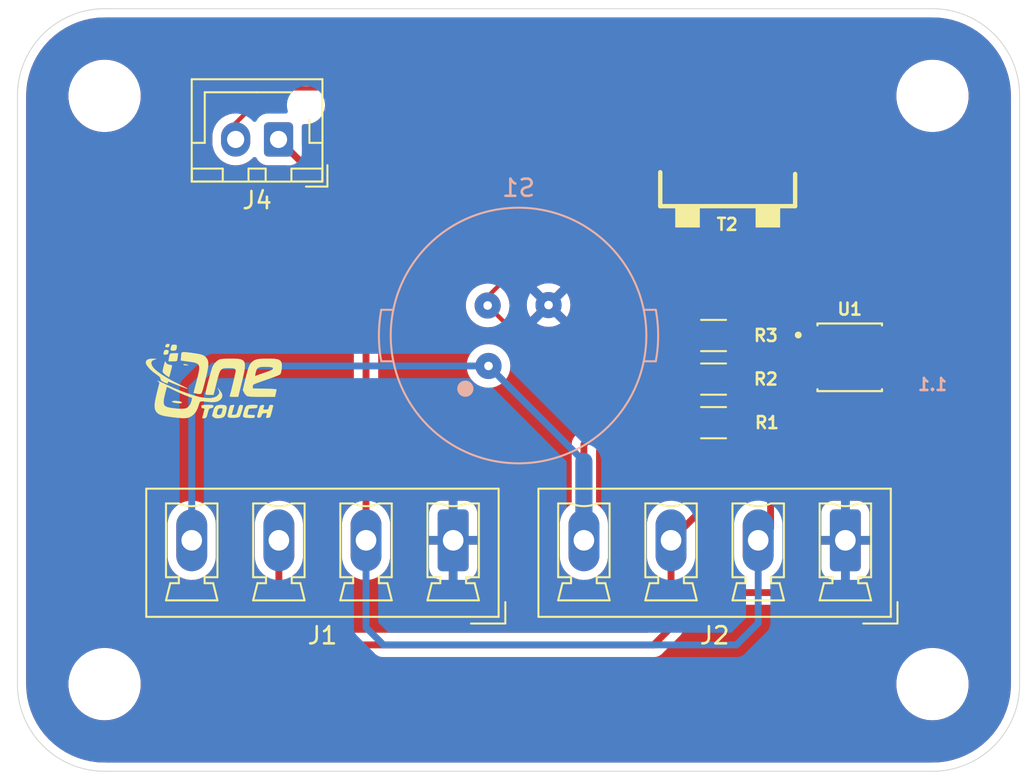
<source format=kicad_pcb>
(kicad_pcb (version 20211014) (generator pcbnew)
  (layers (0 "F.Cu" signal) (31 "B.Cu" signal) (34 "B.Paste" user) (35 "F.Paste" user) (36 "B.SilkS" user "B.Silkscreen") (37 "F.SilkS" user "F.Silkscreen") (38 "B.Mask" user) (39 "F.Mask" user) (44 "Edge.Cuts" user))
  (net 0 "")
  (net 1 "+12V")
  (net 2 "+3V3")
  (net 3 "GPIO")
  (net 4 "GND")
  (net 5 "Net-(R2-Pad2)")
  (net 7 "Net-(J4-Pad2)")
  (net 8 "Net-(R3-Pad2)")
  (footprint "Connector_Phoenix_MC_HighVoltage:PhoenixContact_MCV_1,5_4-G-5.08_1x04_P5.08mm_Vertical" (layer "F.Cu") (at 85.1408 161.5948 180)
    (fp_text reference "J1" (at 7.62 -5.55) (layer "F.SilkS"))
    (fp_text value "Power/Data In")
    (fp_line (start 1.5 2.15) (end 0.75 2.15) (layer "F.SilkS") (width 0.12))
    (fp_line (start -2.65 -4.46) (end -2.65 3.01) (layer "F.SilkS") (width 0.12))
    (fp_line (start -1.25 -2.5) (end -1.5 -3.5) (layer "F.SilkS") (width 0.12))
    (fp_line (start 1.25 -2.5) (end 0.75 -2.5) (layer "F.SilkS") (width 0.12))
    (fp_line (start 3.58 -3.5) (end 6.58 -3.5) (layer "F.SilkS") (width 0.12))
    (fp_line (start 16.74 -3.5) (end 16.49 -2.5) (layer "F.SilkS") (width 0.12))
    (fp_line (start 6.58 -2.15) (end 6.58 2.15) (layer "F.SilkS") (width 0.12))
    (fp_line (start 9.41 -2.5) (end 8.91 -2.5) (layer "F.SilkS") (width 0.12))
    (fp_line (start 0.75 -2.5) (end 0.75 -2.15) (layer "F.SilkS") (width 0.12))
    (fp_line (start -3.04 -4.85) (end -1.04 -4.85) (layer "F.SilkS") (width 0.12))
    (fp_line (start -1.5 -3.5) (end 1.5 -3.5) (layer "F.SilkS") (width 0.12))
    (fp_line (start -2.65 3.01) (end 17.89 3.01) (layer "F.SilkS") (width 0.12))
    (fp_line (start 8.66 -3.5) (end 11.66 -3.5) (layer "F.SilkS") (width 0.12))
    (fp_line (start 4.33 -2.15) (end 4.33 -2.5) (layer "F.SilkS") (width 0.12))
    (fp_line (start -0.75 -2.15) (end -0.75 -2.5) (layer "F.SilkS") (width 0.12))
    (fp_line (start 11.66 2.15) (end 10.91 2.15) (layer "F.SilkS") (width 0.12))
    (fp_line (start 3.58 -2.15) (end 4.33 -2.15) (layer "F.SilkS") (width 0.12))
    (fp_line (start 14.49 2.15) (end 13.74 2.15) (layer "F.SilkS") (width 0.12))
    (fp_line (start 4.33 -2.5) (end 3.83 -2.5) (layer "F.SilkS") (width 0.12))
    (fp_line (start 3.58 2.15) (end 3.58 -2.15) (layer "F.SilkS") (width 0.12))
    (fp_line (start 8.66 -2.15) (end 9.41 -2.15) (layer "F.SilkS") (width 0.12))
    (fp_line (start 0.75 -2.15) (end 1.5 -2.15) (layer "F.SilkS") (width 0.12))
    (fp_line (start 3.83 -2.5) (end 3.58 -3.5) (layer "F.SilkS") (width 0.12))
    (fp_line (start 1.5 -3.5) (end 1.25 -2.5) (layer "F.SilkS") (width 0.12))
    (fp_line (start 5.83 -2.5) (end 5.83 -2.15) (layer "F.SilkS") (width 0.12))
    (fp_line (start 8.91 -2.5) (end 8.66 -3.5) (layer "F.SilkS") (width 0.12))
    (fp_line (start 13.99 -2.5) (end 13.74 -3.5) (layer "F.SilkS") (width 0.12))
    (fp_line (start 9.41 -2.15) (end 9.41 -2.5) (layer "F.SilkS") (width 0.12))
    (fp_line (start 13.74 -2.15) (end 14.49 -2.15) (layer "F.SilkS") (width 0.12))
    (fp_line (start 10.91 -2.15) (end 11.66 -2.15) (layer "F.SilkS") (width 0.12))
    (fp_line (start 17.89 3.01) (end 17.89 -4.46) (layer "F.SilkS") (width 0.12))
    (fp_line (start -0.75 -2.5) (end -1.25 -2.5) (layer "F.SilkS") (width 0.12))
    (fp_line (start -1.5 2.15) (end -1.5 -2.15) (layer "F.SilkS") (width 0.12))
    (fp_line (start 6.58 -3.5) (end 6.33 -2.5) (layer "F.SilkS") (width 0.12))
    (fp_line (start 14.49 -2.5) (end 13.99 -2.5) (layer "F.SilkS") (width 0.12))
    (fp_line (start 11.66 -3.5) (end 11.41 -2.5) (layer "F.SilkS") (width 0.12))
    (fp_line (start 14.49 -2.15) (end 14.49 -2.5) (layer "F.SilkS") (width 0.12))
    (fp_line (start -0.75 2.15) (end -1.5 2.15) (layer "F.SilkS") (width 0.12))
    (fp_line (start 5.83 -2.15) (end 6.58 -2.15) (layer "F.SilkS") (width 0.12))
    (fp_line (start 8.66 2.15) (end 8.66 -2.15) (layer "F.SilkS") (width 0.12))
    (fp_line (start -3.04 -3.6) (end -3.04 -4.85) (layer "F.SilkS") (width 0.12))
    (fp_line (start 15.99 -2.5) (end 15.99 -2.15) (layer "F.SilkS") (width 0.12))
    (fp_line (start 16.74 2.15) (end 15.99 2.15) (layer "F.SilkS") (width 0.12))
    (fp_line (start 16.74 -2.15) (end 16.74 2.15) (layer "F.SilkS") (width 0.12))
    (fp_line (start 6.33 -2.5) (end 5.83 -2.5) (layer "F.SilkS") (width 0.12))
    (fp_line (start 4.33 2.15) (end 3.58 2.15) (layer "F.SilkS") (width 0.12))
    (fp_line (start 10.91 -2.5) (end 10.91 -2.15) (layer "F.SilkS") (width 0.12))
    (fp_line (start 13.74 -3.5) (end 16.74 -3.5) (layer "F.SilkS") (width 0.12))
    (fp_line (start 6.58 2.15) (end 5.83 2.15) (layer "F.SilkS") (width 0.12))
    (fp_line (start 11.66 -2.15) (end 11.66 2.15) (layer "F.SilkS") (width 0.12))
    (fp_line (start 11.41 -2.5) (end 10.91 -2.5) (layer "F.SilkS") (width 0.12))
    (fp_line (start -1.5 -2.15) (end -0.75 -2.15) (layer "F.SilkS") (width 0.12))
    (fp_line (start 16.49 -2.5) (end 15.99 -2.5) (layer "F.SilkS") (width 0.12))
    (fp_line (start 15.99 -2.15) (end 16.74 -2.15) (layer "F.SilkS") (width 0.12))
    (fp_line (start 13.74 2.15) (end 13.74 -2.15) (layer "F.SilkS") (width 0.12))
    (fp_line (start 9.41 2.15) (end 8.66 2.15) (layer "F.SilkS") (width 0.12))
    (fp_line (start 1.5 -2.15) (end 1.5 2.15) (layer "F.SilkS") (width 0.12))
    (fp_line (start 17.89 -4.46) (end -2.65 -4.46) (layer "F.SilkS") (width 0.12))
    (fp_arc (start -0.75 2.15) (mid -0.000193 1.99191) (end 0.749647 2.149844) (layer "F.SilkS") (width 0.12))
    (fp_arc (start 9.41 2.15) (mid 10.159807 1.99191) (end 10.909647 2.149844) (layer "F.SilkS") (width 0.12))
    (fp_arc (start 4.33 2.15) (mid 5.079807 1.99191) (end 5.829647 2.149844) (layer "F.SilkS") (width 0.12))
    (fp_arc (start 14.49 2.15) (mid 15.239807 1.99191) (end 15.989647 2.149844) (layer "F.SilkS") (width 0.12))
    (pad "1" thru_hole roundrect locked (at 0 0 180) (size 1.8 3.6) (drill 1.2) (layers *.Cu *.Mask) (roundrect_rratio 0.138889) (net 4 "GND"))
    (pad "2" thru_hole oval locked (at 5.08 0 180) (size 1.8 3.6) (drill 1.2) (layers *.Cu *.Mask) (net 1 "+12V"))
    (pad "3" thru_hole oval locked (at 10.16 0 180) (size 1.8 3.6) (drill 1.2) (layers *.Cu *.Mask) (net 3 "GPIO"))
    (pad "4" thru_hole oval locked (at 15.24 0 180) (size 1.8 3.6) (drill 1.2) (layers *.Cu *.Mask) (net 2 "+3V3"))
  )
  (footprint "DS2413P_:SOIC127P429X150-N" (layer "F.Cu") (at 108.2558 150.9268)
    (fp_text reference "U1" (at 0 -2.8064) (layer "F.SilkS") (effects (font (size 0.7 0.7))))
    (fp_text value "DS2413P+")
    (fp_line (start -1.88 -1.97) (end -1.88 -1.86) (layer "F.SilkS") (width 0.127))
    (fp_line (start 1.88 -1.97) (end 1.88 -1.86) (layer "F.SilkS") (width 0.127))
    (fp_line (start -1.88 1.97) (end -1.88 1.86) (layer "F.SilkS") (width 0.127))
    (fp_line (start -1.88 1.97) (end 1.88 1.97) (layer "F.SilkS") (width 0.127))
    (fp_line (start 1.88 1.97) (end 1.88 1.86) (layer "F.SilkS") (width 0.127))
    (fp_line (start -1.88 -1.97) (end 1.88 -1.97) (layer "F.SilkS") (width 0.127))
    (fp_circle (center -3 -1.3) (end -2.9 -1.3) (layer "F.SilkS") (width 0.2) (fill none))
    (pad "1" smd rect locked (at -1.525 -1.27) (size 1.33 0.53) (layers "F.Cu" "F.Paste" "F.Mask") (net 4 "GND"))
    (pad "2" smd rect locked (at -1.525 0) (size 1.33 0.53) (layers "F.Cu" "F.Paste" "F.Mask") (net 3 "GPIO"))
    (pad "3" smd rect locked (at -1.525 1.27) (size 1.33 0.53) (layers "F.Cu" "F.Paste" "F.Mask"))
    (pad "4" smd rect locked (at 1.525 1.27) (size 1.33 0.53) (layers "F.Cu" "F.Paste" "F.Mask") (net 5 "Net-(R2-Pad2)"))
    (pad "5" smd rect locked (at 1.525 0) (size 1.33 0.53) (layers "F.Cu" "F.Paste" "F.Mask") (net 4 "GND"))
    (pad "6" smd rect locked (at 1.525 -1.27) (size 1.33 0.53) (layers "F.Cu" "F.Paste" "F.Mask") (net 8 "Net-(R3-Pad2)"))
  )
  (footprint "OneTouch_Logo:onetouchlogo" (layer "F.Cu") (at 71.1708 152.4508)
    (fp_text reference "logo1" hide)
    (fp_text value "LOGO" hide)
    (fp_poly (pts (xy -1.569262 -1.81618) (xy -1.37151 -1.79162) (xy -1.255568 -1.777063) (xy -0.996816 -1.741386) (xy -0.802239 -1.704529) (xy -0.657928 -1.662014) (xy -0.549974 -1.609362) (xy -0.464468 -1.542095) (xy -0.436352 -1.513274) (xy -0.374332 -1.432138) (xy -0.3317 -1.338358) (xy -0.309094 -1.223608) (xy -0.307151 -1.07956) (xy -0.32651 -0.897888) (xy -0.36781 -0.670266) (xy -0.431687 -0.388368) (xy -0.51878 -0.043866) (xy -0.5613 0.117231) (xy -0.61595 0.318306) (xy -0.657379 0.455755) (xy -0.691115 0.541821) (xy -0.722688 0.588749) (xy -0.757629 0.608784) (xy -0.785304 0.613228) (xy -0.874442 0.613801) (xy -0.918307 0.606877) (xy -0.983737 0.588507) (xy -1.060326 0.570424) (xy -1.163268 0.547857) (xy -0.992112 -0.107071) (xy -0.91894 -0.393934) (xy -0.867493 -0.616323) (xy -0.836983 -0.784604) (xy -0.826624 -0.909146) (xy -0.835632 -1.000315) (xy -0.863219 -1.06848) (xy -0.908599 -1.124007) (xy -0.914576 -1.129725) (xy -0.973286 -1.172294) (xy -1.056718 -1.205945) (xy -1.180536 -1.234943) (xy -1.360406 -1.263553) (xy -1.451106 -1.275784) (xy -1.62688 -1.299285) (xy -1.770994 -1.319594) (xy -1.86773 -1.334426) (xy -1.901366 -1.341263) (xy -1.902125 -1.380917) (xy -1.896474 -1.476672) (xy -1.886947 -1.592785) (xy -1.879213 -1.691147) (xy -1.868918 -1.760526) (xy -1.844419 -1.80432) (xy -1.794073 -1.825928) (xy -1.706235 -1.828749) (xy -1.569262 -1.81618)) (layer "F.SilkS") (width 0.01) (fill solid))
    (fp_poly (pts (xy 1.690437 1.265785) (xy 1.719385 1.299432) (xy 1.707097 1.381501) (xy 1.675405 1.505953) (xy 1.632071 1.648682) (xy 1.584854 1.785579) (xy 1.541515 1.892538) (xy 1.512084 1.943433) (xy 1.442511 1.974039) (xy 1.321774 1.994858) (xy 1.176371 2.004866) (xy 1.0328 2.00304) (xy 0.917558 1.988357) (xy 0.865794 1.968392) (xy 0.837166 1.939536) (xy 0.825883 1.895827) (xy 0.83266 1.820257) (xy 0.858214 1.695814) (xy 0.881457 1.596494) (xy 0.920239 1.438756) (xy 0.950806 1.341581) (xy 0.982536 1.289385) (xy 1.024808 1.266583) (xy 1.0853 1.257755) (xy 1.171204 1.252748) (xy 1.211043 1.257001) (xy 1.211385 1.25788) (xy 1.201441 1.29867) (xy 1.175216 1.394775) (xy 1.138118 1.526425) (xy 1.133231 1.543539) (xy 1.0952 1.678084) (xy 1.067397 1.779417) (xy 1.05523 1.827781) (xy 1.055077 1.829081) (xy 1.089484 1.8341) (xy 1.174824 1.831209) (xy 1.201477 1.829205) (xy 1.276588 1.820384) (xy 1.325289 1.798205) (xy 1.360122 1.74611) (xy 1.393631 1.647542) (xy 1.425271 1.53377) (xy 1.466905 1.389031) (xy 1.500394 1.30429) (xy 1.536174 1.263631) (xy 1.584679 1.251138) (xy 1.611025 1.250462) (xy 1.690437 1.265785)) (layer "F.SilkS") (width 0.01) (fill solid))
    (fp_poly (pts (xy 0.617446 1.257897) (xy 0.719236 1.288871) (xy 0.765016 1.356386) (xy 0.765499 1.473447) (xy 0.741697 1.605756) (xy 0.694104 1.788632) (xy 0.634944 1.907851) (xy 0.549896 1.977862) (xy 0.424634 2.013115) (xy 0.327726 2.023341) (xy 0.181146 2.027754) (xy 0.084493 2.011757) (xy 0.011134 1.97065) (xy 0.005981 1.966547) (xy -0.08479 1.893045) (xy -0.038085 1.708134) (xy 0.19887 1.708134) (xy 0.202049 1.79132) (xy 0.25105 1.829946) (xy 0.313583 1.836616) (xy 0.412256 1.817069) (xy 0.463882 1.749466) (xy 0.464169 1.748693) (xy 0.498931 1.640658) (xy 0.522561 1.553308) (xy 0.533634 1.480984) (xy 0.505634 1.45153) (xy 0.419425 1.445849) (xy 0.414875 1.445847) (xy 0.317854 1.457068) (xy 0.264787 1.50596) (xy 0.238284 1.568909) (xy 0.19887 1.708134) (xy -0.038085 1.708134) (xy -0.02091 1.640138) (xy 0.034933 1.459775) (xy 0.103489 1.344132) (xy 0.200868 1.279848) (xy 0.343178 1.253563) (xy 0.448929 1.250462) (xy 0.617446 1.257897)) (layer "F.SilkS") (width 0.01) (fill solid))
    (fp_poly (pts (xy 3.416275 -1.441659) (xy 3.612767 -1.427231) (xy 3.75442 -1.399763) (xy 3.852714 -1.356454) (xy 3.919128 -1.294503) (xy 3.945611 -1.252626) (xy 3.977084 -1.13761) (xy 3.983412 -0.97469) (xy 3.964726 -0.789915) (xy 3.942761 -0.684114) (xy 3.931726 -0.634263) (xy 3.921576 -0.594401) (xy 3.904315 -0.560577) (xy 3.871948 -0.528839) (xy 3.816481 -0.495234) (xy 3.729917 -0.455812) (xy 3.604263 -0.406621) (xy 3.431523 -0.343708) (xy 3.203702 -0.263122) (xy 2.912805 -0.160911) (xy 2.813539 -0.125968) (xy 2.606852 -0.052573) (xy 2.462709 0.001582) (xy 2.369845 0.042958) (xy 2.316994 0.078012) (xy 2.292893 0.113204) (xy 2.286275 0.15499) (xy 2.286 0.176493) (xy 2.286 0.293077) (xy 2.979616 0.303748) (xy 3.202657 0.309057) (xy 3.395914 0.317244) (xy 3.546968 0.327486) (xy 3.643402 0.338964) (xy 3.673231 0.349613) (xy 3.66501 0.405286) (xy 3.643988 0.509106) (xy 3.627443 0.583173) (xy 3.581654 0.781539) (xy 2.816596 0.780963) (xy 2.502809 0.778498) (xy 2.262597 0.771465) (xy 2.091503 0.75961) (xy 1.985068 0.742678) (xy 1.953846 0.731808) (xy 1.874365 0.665841) (xy 1.798386 0.562358) (xy 1.782417 0.532534) (xy 1.708681 0.381837) (xy 1.854988 -0.229158) (xy 1.904546 -0.42958) (xy 2.414022 -0.42958) (xy 2.947366 -0.615328) (xy 3.158461 -0.690173) (xy 3.305667 -0.746525) (xy 3.399529 -0.789714) (xy 3.450592 -0.825069) (xy 3.4694 -0.85792) (xy 3.469509 -0.87923) (xy 3.457052 -0.916602) (xy 3.422504 -0.940718) (xy 3.350648 -0.955287) (xy 3.226269 -0.964017) (xy 3.103032 -0.968538) (xy 2.874631 -0.970478) (xy 2.710645 -0.954423) (xy 2.597993 -0.91252) (xy 2.523596 -0.836914) (xy 2.474376 -0.719749) (xy 2.440487 -0.570654) (xy 2.414022 -0.42958) (xy 1.904546 -0.42958) (xy 1.927673 -0.523106) (xy 1.990328 -0.751403) (xy 2.047275 -0.925225) (xy 2.102835 -1.055745) (xy 2.161327 -1.15414) (xy 2.227074 -1.231584) (xy 2.251612 -1.254913) (xy 2.345449 -1.327702) (xy 2.45134 -1.380031) (xy 2.583594 -1.414931) (xy 2.756525 -1.435432) (xy 2.984442 -1.444564) (xy 3.153464 -1.445846) (xy 3.416275 -1.441659)) (layer "F.SilkS") (width 0.01) (fill solid))
    (fp_poly (pts (xy -2.761976 -1.197126) (xy -2.678195 -1.118534) (xy -2.55044 -1.086783) (xy -2.449863 -1.068652) (xy -2.415264 -1.032976) (xy -2.416472 -1.016) (xy -2.446551 -0.888759) (xy -2.483063 -0.742641) (xy -2.520707 -0.597768) (xy -2.554181 -0.474265) (xy -2.578186 -0.392252) (xy -2.58658 -0.37024) (xy -2.622287 -0.384202) (xy -2.701627 -0.433657) (xy -2.784699 -0.491629) (xy -2.885667 -0.576148) (xy -2.951713 -0.65328) (xy -2.967593 -0.693995) (xy -2.956944 -0.764728) (xy -2.931186 -0.884849) (xy -2.895892 -1.028378) (xy -2.895821 -1.02865) (xy -2.826302 -1.2953) (xy -2.761976 -1.197126)) (layer "F.SilkS") (width 0.01) (fill solid))
    (fp_poly (pts (xy -2.276299 -2.259055) (xy -2.180812 -2.24574) (xy -2.142295 -2.214008) (xy -2.139586 -2.143648) (xy -2.140848 -2.129692) (xy -2.158972 -2.006082) (xy -2.194859 -1.941721) (xy -2.266324 -1.917703) (xy -2.343389 -1.914769) (xy -2.446528 -1.92145) (xy -2.492233 -1.947911) (xy -2.500923 -1.990379) (xy -2.487073 -2.084474) (xy -2.461915 -2.168588) (xy -2.424903 -2.236311) (xy -2.365758 -2.26108) (xy -2.276299 -2.259055)) (layer "F.SilkS") (width 0.01) (fill solid))
    (fp_poly (pts (xy -2.114487 1.024043) (xy -1.976646 1.04356) (xy -1.88218 1.071489) (xy -1.847307 1.10434) (xy -1.84815 1.109275) (xy -1.869166 1.139534) (xy -1.917139 1.153859) (xy -2.008068 1.153565) (xy -2.157956 1.139968) (xy -2.185273 1.136999) (xy -2.314876 1.113427) (xy -2.394444 1.081597) (xy -2.41773 1.049503) (xy -2.378486 1.02514) (xy -2.279487 1.01643) (xy -2.114487 1.024043)) (layer "F.SilkS") (width 0.01) (fill solid))
    (fp_poly (pts (xy 3.445785 1.259278) (xy 3.478867 1.27977) (xy 3.47014 1.328446) (xy 3.445937 1.433791) (xy 3.410688 1.576899) (xy 3.392639 1.647668) (xy 3.350036 1.80861) (xy 3.317123 1.909069) (xy 3.284504 1.964349) (xy 3.242784 1.989754) (xy 3.182568 2.00059) (xy 3.175471 2.001426) (xy 3.087874 2.004231) (xy 3.062122 1.980737) (xy 3.066481 1.962051) (xy 3.092204 1.882215) (xy 3.111684 1.810796) (xy 3.121435 1.748768) (xy 3.095588 1.724073) (xy 3.015405 1.724166) (xy 2.985757 1.726503) (xy 2.883319 1.74364) (xy 2.829743 1.787002) (xy 2.799356 1.865924) (xy 2.761564 1.955336) (xy 2.701589 1.989467) (xy 2.651578 1.992924) (xy 2.592595 1.989841) (xy 2.558446 1.971859) (xy 2.548452 1.925879) (xy 2.561931 1.838799) (xy 2.598203 1.697519) (xy 2.630249 1.582616) (xy 2.674935 1.429256) (xy 2.709845 1.335693) (xy 2.745242 1.286181) (xy 2.79139 1.264975) (xy 2.84193 1.257909) (xy 2.924032 1.253977) (xy 2.949766 1.278817) (xy 2.934793 1.353542) (xy 2.928708 1.374882) (xy 2.903882 1.464048) (xy 2.891893 1.51223) (xy 2.891693 1.513973) (xy 2.926381 1.520285) (xy 3.012912 1.523764) (xy 3.046229 1.524) (xy 3.147126 1.518367) (xy 3.19666 1.487977) (xy 3.221492 1.412595) (xy 3.226425 1.387231) (xy 3.252746 1.294392) (xy 3.299243 1.256584) (xy 3.364964 1.250462) (xy 3.445785 1.259278)) (layer "F.SilkS") (width 0.01) (fill solid))
    (fp_poly (pts (xy -2.087925 -1.555552) (xy -2.106706 -1.434578) (xy -2.125363 -1.34666) (xy -2.134342 -1.321091) (xy -2.180831 -1.304349) (xy -2.281733 -1.292908) (xy -2.389433 -1.289538) (xy -2.625023 -1.289538) (xy -2.599195 -1.455615) (xy -2.574192 -1.606824) (xy -2.546862 -1.696877) (xy -2.501448 -1.741611) (xy -2.422195 -1.75686) (xy -2.297871 -1.758461) (xy -2.061008 -1.758461) (xy -2.087925 -1.555552)) (layer "F.SilkS") (width 0.01) (fill solid))
    (fp_poly (pts (xy -2.647685 -1.940517) (xy -2.618773 -1.892568) (xy -2.618154 -1.878888) (xy -2.635856 -1.758126) (xy -2.696648 -1.6962) (xy -2.798925 -1.680307) (xy -2.887494 -1.68553) (xy -2.917213 -1.713976) (xy -2.907278 -1.784808) (xy -2.906572 -1.787769) (xy -2.876975 -1.891472) (xy -2.839662 -1.939567) (xy -2.772484 -1.953255) (xy -2.733078 -1.953846) (xy -2.647685 -1.940517)) (layer "F.SilkS") (width 0.01) (fill solid))
    (fp_poly (pts (xy -0.181843 1.251346) (xy -0.078446 1.256469) (xy -0.024366 1.269539) (xy -0.005185 1.294262) (xy -0.006486 1.334347) (xy -0.007051 1.338385) (xy -0.038022 1.405637) (xy -0.119298 1.435474) (xy -0.142969 1.438287) (xy -0.207401 1.449016) (xy -0.250834 1.477108) (xy -0.284639 1.53934) (xy -0.320187 1.652487) (xy -0.341624 1.731364) (xy -0.381958 1.875296) (xy -0.414928 1.960231) (xy -0.452214 2.002967) (xy -0.505497 2.020304) (xy -0.54586 2.025101) (xy -0.632285 2.026567) (xy -0.657822 2.002732) (xy -0.652215 1.978699) (xy -0.628698 1.905472) (xy -0.597061 1.793123) (xy -0.585992 1.751137) (xy -0.554474 1.631061) (xy -0.528353 1.534628) (xy -0.522579 1.514231) (xy -0.525706 1.462722) (xy -0.587303 1.446101) (xy -0.603059 1.445847) (xy -0.678751 1.43067) (xy -0.702753 1.370183) (xy -0.703384 1.348154) (xy -0.700616 1.30205) (xy -0.682325 1.273359) (xy -0.633528 1.257952) (xy -0.539243 1.251698) (xy -0.384489 1.250468) (xy -0.348974 1.250462) (xy -0.181843 1.251346)) (layer "F.SilkS") (width 0.01) (fill solid))
    (fp_poly (pts (xy -3.210654 -0.138858) (xy -3.099976 -0.093624) (xy -2.944613 -0.024099) (xy -2.753012 0.066245) (xy -2.735384 0.074744) (xy -2.344779 0.254012) (xy -1.945067 0.42024) (xy -1.553623 0.567044) (xy -1.18782 0.688037) (xy -0.865032 0.776835) (xy -0.76314 0.799601) (xy -0.434225 0.849507) (xy -0.158082 0.853205) (xy 0.062231 0.811202) (xy 0.223651 0.724004) (xy 0.308262 0.622169) (xy 0.341273 0.54446) (xy 0.335623 0.472413) (xy 0.300052 0.387707) (xy 0.235996 0.254) (xy 0.371998 0.407049) (xy 0.480199 0.56785) (xy 0.513694 0.719718) (xy 0.472336 0.858085) (xy 0.389619 0.952356) (xy 0.260346 1.034328) (xy 0.103336 1.078888) (xy -0.097648 1.088988) (xy -0.288166 1.075606) (xy -0.493652 1.05406) (xy -0.63519 1.042822) (xy -0.726751 1.046164) (xy -0.782306 1.068355) (xy -0.815827 1.113668) (xy -0.841285 1.186373) (xy -0.860164 1.250462) (xy -0.936409 1.470636) (xy -1.019959 1.635242) (xy -1.123542 1.766681) (xy -1.188782 1.828683) (xy -1.2887 1.907453) (xy -1.391469 1.964731) (xy -1.508794 2.001678) (xy -1.652376 2.019457) (xy -1.833921 2.019228) (xy -2.065131 2.002155) (xy -2.357711 1.969398) (xy -2.46756 1.955621) (xy -2.750369 1.914345) (xy -2.966285 1.869237) (xy -3.126567 1.815856) (xy -3.242473 1.749759) (xy -3.325262 1.666502) (xy -3.366804 1.600791) (xy -3.409875 1.49664) (xy -3.431332 1.376258) (xy -3.430372 1.227866) (xy -3.411288 1.079341) (xy -2.912365 1.079341) (xy -2.894234 1.215788) (xy -2.830627 1.310708) (xy -2.715583 1.37463) (xy -2.543141 1.418087) (xy -2.381709 1.442407) (xy -2.06849 1.474661) (xy -1.824347 1.480893) (xy -1.644586 1.460891) (xy -1.524514 1.414447) (xy -1.50895 1.403319) (xy -1.369041 1.243995) (xy -1.283091 1.030011) (xy -1.27156 0.975573) (xy -1.246882 0.840154) (xy -1.551518 0.727574) (xy -1.716462 0.66173) (xy -1.920977 0.572953) (xy -2.135326 0.47443) (xy -2.278397 0.40519) (xy -2.44248 0.324184) (xy -2.579134 0.257709) (xy -2.674319 0.212527) (xy -2.713996 0.195395) (xy -2.714152 0.195385) (xy -2.728101 0.230926) (xy -2.755998 0.327621) (xy -2.79376 0.470579) (xy -2.83604 0.639741) (xy -2.89098 0.890836) (xy -2.912365 1.079341) (xy -3.411288 1.079341) (xy -3.406192 1.039689) (xy -3.357989 0.799947) (xy -3.293969 0.532612) (xy -3.14818 -0.048468) (xy -3.264167 -0.142568) (xy -3.2682 -0.15633) (xy -3.210654 -0.138858)) (layer "F.SilkS") (width 0.01) (fill solid))
    (fp_poly (pts (xy -3.390093 -1.438323) (xy -3.333859 -1.431812) (xy -3.342821 -1.420591) (xy -3.389682 -1.407753) (xy -3.540684 -1.350975) (xy -3.619074 -1.26694) (xy -3.626997 -1.151192) (xy -3.576849 -1.018533) (xy -3.472781 -0.877482) (xy -3.298421 -0.717058) (xy -3.058336 -0.540344) (xy -2.757092 -0.350426) (xy -2.399255 -0.150386) (xy -1.989391 0.056693) (xy -1.973099 0.06454) (xy -1.804291 0.146897) (xy -1.664448 0.217378) (xy -1.566834 0.269131) (xy -1.524713 0.295303) (xy -1.524 0.296554) (xy -1.52364 0.305467) (xy -1.531377 0.30825) (xy -1.560434 0.300712) (xy -1.624032 0.27866) (xy -1.735395 0.237904) (xy -1.895231 0.178871) (xy -2.075527 0.110837) (xy -2.252505 0.04158) (xy -2.396559 -0.017237) (xy -2.435778 -0.034101) (xy -2.557028 -0.086741) (xy -2.62325 -0.110041) (xy -2.651083 -0.105843) (xy -2.657163 -0.075989) (xy -2.657231 -0.058615) (xy -2.668451 -0.014166) (xy -2.710689 -0.005383) (xy -2.796814 -0.033656) (xy -2.910185 -0.08594) (xy -3.021849 -0.149208) (xy -3.075461 -0.208637) (xy -3.088154 -0.271555) (xy -3.104169 -0.336948) (xy -3.159282 -0.404242) (xy -3.266333 -0.487265) (xy -3.325911 -0.527538) (xy -3.510027 -0.663011) (xy -3.675662 -0.810625) (xy -3.811244 -0.957616) (xy -3.9052 -1.091219) (xy -3.945958 -1.19867) (xy -3.946769 -1.212317) (xy -3.920916 -1.322837) (xy -3.839382 -1.395678) (xy -3.696208 -1.434031) (xy -3.517997 -1.441846) (xy -3.390093 -1.438323)) (layer "F.SilkS") (width 0.01) (fill solid))
    (fp_poly (pts (xy -1.634205 -1.122112) (xy -1.524 -1.094153) (xy -1.474479 -1.074744) (xy -1.487764 -1.064413) (xy -1.570927 -1.059521) (xy -1.592384 -1.058972) (xy -1.693752 -1.064772) (xy -1.752533 -1.083961) (xy -1.758461 -1.094153) (xy -1.725315 -1.125042) (xy -1.634205 -1.122112)) (layer "F.SilkS") (width 0.01) (fill solid))
    (fp_poly (pts (xy -2.582461 -2.295908) (xy -2.563451 -2.25219) (xy -2.569513 -2.207846) (xy -2.601354 -2.134977) (xy -2.674806 -2.110868) (xy -2.700863 -2.110153) (xy -2.781198 -2.120937) (xy -2.813538 -2.146034) (xy -2.783621 -2.250769) (xy -2.698899 -2.3018) (xy -2.658469 -2.305538) (xy -2.582461 -2.295908)) (layer "F.SilkS") (width 0.01) (fill solid))
    (fp_poly (pts (xy 1.253283 -1.442757) (xy 1.455514 -1.428791) (xy 1.610811 -1.396896) (xy 1.722341 -1.340021) (xy 1.793273 -1.251116) (xy 1.826776 -1.123129) (xy 1.82602 -0.949009) (xy 1.794173 -0.721706) (xy 1.734404 -0.434169) (xy 1.649882 -0.079346) (xy 1.637585 -0.029307) (xy 1.437956 0.781539) (xy 1.185268 0.781539) (xy 1.049181 0.779137) (xy 0.975744 0.768899) (xy 0.949518 0.746281) (xy 0.953048 0.713154) (xy 0.986584 0.593316) (xy 1.029745 0.427808) (xy 1.078923 0.231782) (xy 1.130511 0.020389) (xy 1.180901 -0.191221) (xy 1.226486 -0.387896) (xy 1.263659 -0.554486) (xy 1.288813 -0.675839) (xy 1.29834 -0.736804) (xy 1.298345 -0.737136) (xy 1.287519 -0.808665) (xy 1.244981 -0.855829) (xy 1.158303 -0.883317) (xy 1.01506 -0.895819) (xy 0.871641 -0.89817) (xy 0.703901 -0.895148) (xy 0.576756 -0.878648) (xy 0.480985 -0.838592) (xy 0.407369 -0.764901) (xy 0.346688 -0.647499) (xy 0.289721 -0.476306) (xy 0.227249 -0.241245) (xy 0.210822 -0.175846) (xy 0.158271 0.033802) (xy 0.109219 0.228551) (xy 0.068361 0.389825) (xy 0.040392 0.499044) (xy 0.035509 0.51777) (xy -0.003012 0.664308) (xy -0.235968 0.664308) (xy -0.370762 0.65997) (xy -0.443068 0.644317) (xy -0.468202 0.613391) (xy -0.468923 0.604116) (xy -0.458624 0.530631) (xy -0.430394 0.397235) (xy -0.388234 0.219029) (xy -0.336145 0.011117) (xy -0.278127 -0.211398) (xy -0.218181 -0.433416) (xy -0.160309 -0.639833) (xy -0.10851 -0.815547) (xy -0.066786 -0.945456) (xy -0.041106 -1.010824) (xy 0.074926 -1.182395) (xy 0.222376 -1.323005) (xy 0.364006 -1.404283) (xy 0.443555 -1.419822) (xy 0.582756 -1.432718) (xy 0.763122 -1.441765) (xy 0.966163 -1.445757) (xy 1.000946 -1.445846) (xy 1.253283 -1.442757)) (layer "F.SilkS") (width 0.01) (fill solid))
    (fp_poly (pts (xy 2.431883 1.252439) (xy 2.522683 1.260341) (xy 2.562811 1.277119) (xy 2.565982 1.305727) (xy 2.563719 1.312273) (xy 2.542672 1.385503) (xy 2.54 1.408101) (xy 2.504446 1.427583) (xy 2.411852 1.444379) (xy 2.29993 1.453751) (xy 2.05986 1.465385) (xy 2.011521 1.629617) (xy 1.986565 1.733913) (xy 1.980592 1.803327) (xy 1.984565 1.815232) (xy 2.032543 1.827116) (xy 2.133127 1.83488) (xy 2.21854 1.836616) (xy 2.340736 1.840128) (xy 2.400141 1.853978) (xy 2.411935 1.883131) (xy 2.407412 1.898427) (xy 2.386525 1.966632) (xy 2.383693 1.98635) (xy 2.348583 2.002942) (xy 2.258123 2.011413) (xy 2.134615 2.012467) (xy 2.000364 2.006809) (xy 1.877673 1.995144) (xy 1.788844 1.978176) (xy 1.76234 1.966719) (xy 1.731172 1.935903) (xy 1.720533 1.891005) (xy 1.730852 1.812677) (xy 1.762553 1.681571) (xy 1.769188 1.656124) (xy 1.821591 1.475524) (xy 1.876593 1.358216) (xy 1.95113 1.290662) (xy 2.062136 1.259325) (xy 2.226547 1.250669) (xy 2.276699 1.250462) (xy 2.431883 1.252439)) (layer "F.SilkS") (width 0.01) (fill solid))
  )
  (footprint "Connector_Phoenix_MC_HighVoltage:PhoenixContact_MCV_1,5_4-G-5.08_1x04_P5.08mm_Vertical" (layer "F.Cu") (at 108.0008 161.5948 180)
    (fp_text reference "J2" (at 7.62 -5.55) (layer "F.SilkS"))
    (fp_text value "Power/Data In")
    (fp_line (start 6.33 -2.5) (end 5.83 -2.5) (layer "F.SilkS") (width 0.12))
    (fp_line (start -0.75 -2.5) (end -1.25 -2.5) (layer "F.SilkS") (width 0.12))
    (fp_line (start 8.66 -3.5) (end 11.66 -3.5) (layer "F.SilkS") (width 0.12))
    (fp_line (start 1.5 -2.15) (end 1.5 2.15) (layer "F.SilkS") (width 0.12))
    (fp_line (start -2.65 -4.46) (end -2.65 3.01) (layer "F.SilkS") (width 0.12))
    (fp_line (start 13.99 -2.5) (end 13.74 -3.5) (layer "F.SilkS") (width 0.12))
    (fp_line (start 10.91 -2.5) (end 10.91 -2.15) (layer "F.SilkS") (width 0.12))
    (fp_line (start -1.5 -2.15) (end -0.75 -2.15) (layer "F.SilkS") (width 0.12))
    (fp_line (start 16.74 -2.15) (end 16.74 2.15) (layer "F.SilkS") (width 0.12))
    (fp_line (start 11.66 -2.15) (end 11.66 2.15) (layer "F.SilkS") (width 0.12))
    (fp_line (start 6.58 -3.5) (end 6.33 -2.5) (layer "F.SilkS") (width 0.12))
    (fp_line (start 8.66 2.15) (end 8.66 -2.15) (layer "F.SilkS") (width 0.12))
    (fp_line (start -0.75 2.15) (end -1.5 2.15) (layer "F.SilkS") (width 0.12))
    (fp_line (start 11.66 2.15) (end 10.91 2.15) (layer "F.SilkS") (width 0.12))
    (fp_line (start 16.74 2.15) (end 15.99 2.15) (layer "F.SilkS") (width 0.12))
    (fp_line (start 5.83 -2.15) (end 6.58 -2.15) (layer "F.SilkS") (width 0.12))
    (fp_line (start 11.66 -3.5) (end 11.41 -2.5) (layer "F.SilkS") (width 0.12))
    (fp_line (start 3.83 -2.5) (end 3.58 -3.5) (layer "F.SilkS") (width 0.12))
    (fp_line (start -2.65 3.01) (end 17.89 3.01) (layer "F.SilkS") (width 0.12))
    (fp_line (start 8.66 -2.15) (end 9.41 -2.15) (layer "F.SilkS") (width 0.12))
    (fp_line (start 13.74 -2.15) (end 14.49 -2.15) (layer "F.SilkS") (width 0.12))
    (fp_line (start 1.5 -3.5) (end 1.25 -2.5) (layer "F.SilkS") (width 0.12))
    (fp_line (start 0.75 -2.15) (end 1.5 -2.15) (layer "F.SilkS") (width 0.12))
    (fp_line (start 14.49 2.15) (end 13.74 2.15) (layer "F.SilkS") (width 0.12))
    (fp_line (start 3.58 2.15) (end 3.58 -2.15) (layer "F.SilkS") (width 0.12))
    (fp_line (start -1.5 -3.5) (end 1.5 -3.5) (layer "F.SilkS") (width 0.12))
    (fp_line (start 13.74 -3.5) (end 16.74 -3.5) (layer "F.SilkS") (width 0.12))
    (fp_line (start 3.58 -3.5) (end 6.58 -3.5) (layer "F.SilkS") (width 0.12))
    (fp_line (start 9.41 -2.5) (end 8.91 -2.5) (layer "F.SilkS") (width 0.12))
    (fp_line (start 0.75 -2.5) (end 0.75 -2.15) (layer "F.SilkS") (width 0.12))
    (fp_line (start -0.75 -2.15) (end -0.75 -2.5) (layer "F.SilkS") (width 0.12))
    (fp_line (start 15.99 -2.5) (end 15.99 -2.15) (layer "F.SilkS") (width 0.12))
    (fp_line (start 9.41 2.15) (end 8.66 2.15) (layer "F.SilkS") (width 0.12))
    (fp_line (start 16.49 -2.5) (end 15.99 -2.5) (layer "F.SilkS") (width 0.12))
    (fp_line (start -1.5 2.15) (end -1.5 -2.15) (layer "F.SilkS") (width 0.12))
    (fp_line (start 14.49 -2.5) (end 13.99 -2.5) (layer "F.SilkS") (width 0.12))
    (fp_line (start 1.5 2.15) (end 0.75 2.15) (layer "F.SilkS") (width 0.12))
    (fp_line (start 16.74 -3.5) (end 16.49 -2.5) (layer "F.SilkS") (width 0.12))
    (fp_line (start 17.89 -4.46) (end -2.65 -4.46) (layer "F.SilkS") (width 0.12))
    (fp_line (start 4.33 -2.5) (end 3.83 -2.5) (layer "F.SilkS") (width 0.12))
    (fp_line (start -3.04 -3.6) (end -3.04 -4.85) (layer "F.SilkS") (width 0.12))
    (fp_line (start 4.33 -2.15) (end 4.33 -2.5) (layer "F.SilkS") (width 0.12))
    (fp_line (start 11.41 -2.5) (end 10.91 -2.5) (layer "F.SilkS") (width 0.12))
    (fp_line (start 4.33 2.15) (end 3.58 2.15) (layer "F.SilkS") (width 0.12))
    (fp_line (start -3.04 -4.85) (end -1.04 -4.85) (layer "F.SilkS") (width 0.12))
    (fp_line (start 6.58 2.15) (end 5.83 2.15) (layer "F.SilkS") (width 0.12))
    (fp_line (start -1.25 -2.5) (end -1.5 -3.5) (layer "F.SilkS") (width 0.12))
    (fp_line (start 13.74 2.15) (end 13.74 -2.15) (layer "F.SilkS") (width 0.12))
    (fp_line (start 6.58 -2.15) (end 6.58 2.15) (layer "F.SilkS") (width 0.12))
    (fp_line (start 1.25 -2.5) (end 0.75 -2.5) (layer "F.SilkS") (width 0.12))
    (fp_line (start 10.91 -2.15) (end 11.66 -2.15) (layer "F.SilkS") (width 0.12))
    (fp_line (start 14.49 -2.15) (end 14.49 -2.5) (layer "F.SilkS") (width 0.12))
    (fp_line (start 15.99 -2.15) (end 16.74 -2.15) (layer "F.SilkS") (width 0.12))
    (fp_line (start 5.83 -2.5) (end 5.83 -2.15) (layer "F.SilkS") (width 0.12))
    (fp_line (start 3.58 -2.15) (end 4.33 -2.15) (layer "F.SilkS") (width 0.12))
    (fp_line (start 17.89 3.01) (end 17.89 -4.46) (layer "F.SilkS") (width 0.12))
    (fp_line (start 8.91 -2.5) (end 8.66 -3.5) (layer "F.SilkS") (width 0.12))
    (fp_line (start 9.41 -2.15) (end 9.41 -2.5) (layer "F.SilkS") (width 0.12))
    (fp_arc (start 4.33 2.15) (mid 5.079807 1.99191) (end 5.829647 2.149844) (layer "F.SilkS") (width 0.12))
    (fp_arc (start 14.49 2.15) (mid 15.239807 1.99191) (end 15.989647 2.149844) (layer "F.SilkS") (width 0.12))
    (fp_arc (start 9.41 2.15) (mid 10.159807 1.99191) (end 10.909647 2.149844) (layer "F.SilkS") (width 0.12))
    (fp_arc (start -0.75 2.15) (mid -0.000193 1.99191) (end 0.749647 2.149844) (layer "F.SilkS") (width 0.12))
    (pad "1" thru_hole roundrect locked (at 0 0 180) (size 1.8 3.6) (drill 1.2) (layers *.Cu *.Mask) (roundrect_rratio 0.138889) (net 4 "GND"))
    (pad "2" thru_hole oval locked (at 5.08 0 180) (size 1.8 3.6) (drill 1.2) (layers *.Cu *.Mask) (net 1 "+12V"))
    (pad "3" thru_hole oval locked (at 10.16 0 180) (size 1.8 3.6) (drill 1.2) (layers *.Cu *.Mask) (net 3 "GPIO"))
    (pad "4" thru_hole oval locked (at 15.24 0 180) (size 1.8 3.6) (drill 1.2) (layers *.Cu *.Mask) (net 2 "+3V3"))
  )
  (footprint "Resistor_SMD:R_1206_3216Metric" (layer "F.Cu") (at 100.3193 152.1968 180)
    (fp_text reference "R2" (at -3.048 0) (layer "F.SilkS") (effects (font (size 0.7 0.7))))
    (fp_text value "100K")
    (fp_line (start -0.727064 -0.91) (end 0.727064 -0.91) (layer "F.SilkS") (width 0.12))
    (fp_line (start -0.727064 0.91) (end 0.727064 0.91) (layer "F.SilkS") (width 0.12))
    (pad "1" smd roundrect locked (at -1.4625 0 180) (size 1.125 1.75) (layers "F.Cu" "F.Paste" "F.Mask") (roundrect_rratio 0.2222213333) (net 4 "GND"))
    (pad "2" smd roundrect locked (at 1.4625 0 180) (size 1.125 1.75) (layers "F.Cu" "F.Paste" "F.Mask") (roundrect_rratio 0.2222213333) (net 5 "Net-(R2-Pad2)"))
  )
  (footprint "Resistor_SMD:R_1206_3216Metric" (layer "F.Cu") (at 100.3193 154.7368)
    (fp_text reference "R1" (at 3.1095 0) (layer "F.SilkS") (effects (font (size 0.7 0.7))))
    (fp_text value "1K" hide)
    (fp_line (start -0.727064 -0.91) (end 0.727064 -0.91) (layer "F.SilkS") (width 0.12))
    (fp_line (start -0.727064 0.91) (end 0.727064 0.91) (layer "F.SilkS") (width 0.12))
    (pad "1" smd roundrect locked (at -1.4625 0) (size 1.125 1.75) (layers "F.Cu" "F.Paste" "F.Mask") (roundrect_rratio 0.2222204444) (net 2 "+3V3"))
    (pad "2" smd roundrect locked (at 1.4625 0) (size 1.125 1.75) (layers "F.Cu" "F.Paste" "F.Mask") (roundrect_rratio 0.2222204444) (net 3 "GPIO"))
  )
  (footprint "Connector_JST:JST_XH_B2B-XH-AM_1x02_P2.50mm_Vertical" (layer "F.Cu") (at 74.9608 138.2268 180)
    (fp_text reference "J4" (at 1.25 -3.55 180) (layer "F.SilkS"))
    (fp_text value "LED")
    (fp_line (start -1.8 -0.2) (end -1.8 1.14) (layer "F.SilkS") (width 0.12))
    (fp_line (start -2.55 -1.7) (end -0.75 -1.7) (layer "F.SilkS") (width 0.12))
    (fp_line (start -1.6 -2.75) (end -2.85 -2.75) (layer "F.SilkS") (width 0.12))
    (fp_line (start 4.3 2.75) (end 1.25 2.75) (layer "F.SilkS") (width 0.12))
    (fp_line (start 1.25 2.75) (end -0.74 2.75) (layer "F.SilkS") (width 0.12))
    (fp_line (start 0.75 -1.7) (end 1.75 -1.7) (layer "F.SilkS") (width 0.12))
    (fp_line (start -2.55 -2.45) (end -2.55 -1.7) (layer "F.SilkS") (width 0.12))
    (fp_line (start 5.05 -0.2) (end 4.3 -0.2) (layer "F.SilkS") (width 0.12))
    (fp_line (start 5.05 -2.45) (end 3.25 -2.45) (layer "F.SilkS") (width 0.12))
    (fp_line (start 3.25 -2.45) (end 3.25 -1.7) (layer "F.SilkS") (width 0.12))
    (fp_line (start 5.05 -1.7) (end 5.05 -2.45) (layer "F.SilkS") (width 0.12))
    (fp_line (start -2.85 -2.75) (end -2.85 -1.5) (layer "F.SilkS") (width 0.12))
    (fp_line (start -0.75 -2.45) (end -2.55 -2.45) (layer "F.SilkS") (width 0.12))
    (fp_line (start -2.56 3.51) (end 5.06 3.51) (layer "F.SilkS") (width 0.12))
    (fp_line (start 1.75 -1.7) (end 1.75 -2.45) (layer "F.SilkS") (width 0.12))
    (fp_line (start 3.25 -1.7) (end 5.05 -1.7) (layer "F.SilkS") (width 0.12))
    (fp_line (start 5.06 3.51) (end 5.06 -2.46) (layer "F.SilkS") (width 0.12))
    (fp_line (start 1.75 -2.45) (end 0.75 -2.45) (layer "F.SilkS") (width 0.12))
    (fp_line (start -2.56 -2.46) (end -2.56 3.51) (layer "F.SilkS") (width 0.12))
    (fp_line (start -2.55 -0.2) (end -1.8 -0.2) (layer "F.SilkS") (width 0.12))
    (fp_line (start -0.75 -1.7) (end -0.75 -2.45) (layer "F.SilkS") (width 0.12))
    (fp_line (start 4.3 -0.2) (end 4.3 2.75) (layer "F.SilkS") (width 0.12))
    (fp_line (start 5.06 -2.46) (end -2.56 -2.46) (layer "F.SilkS") (width 0.12))
    (fp_line (start 0.75 -2.45) (end 0.75 -1.7) (layer "F.SilkS") (width 0.12))
    (pad "" np_thru_hole circle locked (at -1.6 2 180) (size 1.2 1.2) (drill 1.2) (layers *.Cu *.Mask))
    (pad "1" thru_hole roundrect locked (at 0 0 180) (size 1.7 2) (drill 1) (layers *.Cu *.Mask) (roundrect_rratio 0.147059) (net 1 "+12V"))
    (pad "2" thru_hole oval locked (at 2.5 0 180) (size 1.7 2) (drill 1) (layers *.Cu *.Mask) (net 7 "Net-(J4-Pad2)"))
  )
  (footprint "Resistor_SMD:R_1206_3216Metric" (layer "F.Cu") (at 100.3193 149.6568 180)
    (fp_text reference "R3" (at -3.048 0) (layer "F.SilkS") (effects (font (size 0.7 0.7))))
    (fp_text value "10K")
    (fp_line (start -0.727064 0.91) (end 0.727064 0.91) (layer "F.SilkS") (width 0.12))
    (fp_line (start -0.727064 -0.91) (end 0.727064 -0.91) (layer "F.SilkS") (width 0.12))
    (pad "1" smd roundrect locked (at -1.4625 0 180) (size 1.125 1.75) (layers "F.Cu" "F.Paste" "F.Mask") (roundrect_rratio 0.2222213333) (net 1 "+12V"))
    (pad "2" smd roundrect locked (at 1.4625 0 180) (size 1.125 1.75) (layers "F.Cu" "F.Paste" "F.Mask") (roundrect_rratio 0.2222213333) (net 8 "Net-(R3-Pad2)"))
  )
  (footprint "STD40NF10:D_PAK" (layer "F.Cu") (at 101.1428 141.6268)
    (fp_text reference "T2" (at -0.027 1.553) (layer "F.SilkS") (effects (font (size 0.7 0.7))))
    (fp_text value "STD40NF10")
    (fp_line (start 3.9308 0.4894) (end 3.9308 -1.3886) (layer "F.SilkS") (width 0.254))
    (fp_line (start -3.9308 0.4894) (end 3.9308 0.4894) (layer "F.SilkS") (width 0.254))
    (fp_line (start -3.9308 0.4894) (end -3.9308 -1.4886) (layer "F.SilkS") (width 0.254))
    (fp_poly (pts (xy 1.6288 0.5418) (xy 3.0512 0.5418) (xy 3.0512 1.731) (xy 1.6288 1.731)) (layer "F.SilkS") (width 0.01) (fill solid))
    (fp_poly (pts (xy -3.0512 0.5418) (xy -1.6288 0.5418) (xy -1.6288 1.731) (xy -3.0512 1.731)) (layer "F.SilkS") (width 0.01) (fill solid))
    (pad "1" smd rect (at -2.3 3.3) (size 1.6 3) (layers "F.Cu" "F.Paste" "F.Mask") (net 8 "Net-(R3-Pad2)"))
    (pad "2" smd rect (at 0 -3.4) (size 6.7 6.7) (layers "F.Cu" "F.Paste" "F.Mask") (net 7 "Net-(J4-Pad2)"))
    (pad "3" smd rect (at 2.3 3.3) (size 1.6 3) (layers "F.Cu" "F.Paste" "F.Mask") (net 4 "GND"))
  )
  (footprint "MountingHole:MountingHole_3.2mm_M3" (layer "F.Cu") (at 64.8208 135.6868)
    (fp_text reference "H2" hide)
    (fp_text value "MountingHole")
    (pad "" np_thru_hole circle locked (at 0 0) (size 3.2 3.2) (drill 3.2) (layers *.Cu *.Mask))
  )
  (footprint "MountingHole:MountingHole_3.2mm_M3" (layer "F.Cu") (at 64.8208 169.9768)
    (fp_text reference "H4" hide)
    (fp_text value "MountingHole")
    (pad "" np_thru_hole circle locked (at 0 0) (size 3.2 3.2) (drill 3.2) (layers *.Cu *.Mask))
  )
  (footprint "MountingHole:MountingHole_3.2mm_M3" (layer "F.Cu") (at 113.0808 135.6868)
    (fp_text reference "H1" hide)
    (fp_text value "MountingHole")
    (pad "" np_thru_hole circle locked (at 0 0) (size 3.2 3.2) (drill 3.2) (layers *.Cu *.Mask))
  )
  (footprint "MountingHole:MountingHole_3.2mm_M3" (layer "F.Cu") (at 113.0808 169.9768)
    (fp_text reference "H3" hide)
    (fp_text value "MountingHole")
    (pad "" np_thru_hole circle locked (at 0 0) (size 3.2 3.2) (drill 3.2) (layers *.Cu *.Mask))
  )
  (footprint "Sensor_Motion:EKMB1293111" (layer "B.Cu") (at 88.9508 149.6568 180)
    (fp_text reference "S1" (at 0 8.6 unlocked) (layer "B.SilkS") (effects (justify mirror)))
    (fp_text value "EKMB1293111")
    (fp_line (start -8 1.5) (end -7.3 1.5) (layer "B.SilkS") (width 0.12))
    (fp_line (start -8 -1.5) (end -7.3 -1.5) (layer "B.SilkS") (width 0.12))
    (fp_line (start 8 -1.5) (end 7.3 -1.5) (layer "B.SilkS") (width 0.12))
    (fp_line (start 8 1.5) (end 7.3 1.5) (layer "B.SilkS") (width 0.12))
    (fp_arc (start 8 -1.5) (mid 8.13941 0) (end 8 1.5) (layer "B.SilkS") (width 0.12))
    (fp_arc (start -8 1.5) (mid -8.13941 0) (end -8 -1.5) (layer "B.SilkS") (width 0.12))
    (fp_circle (center 0 0) (end 7.45 0) (layer "B.SilkS") (width 0.12) (fill none))
    (fp_circle (center 3.1 -3.1) (end 3.512311 -3.1) (layer "B.SilkS") (width 0.12) (fill solid))
    (pad "1" thru_hole circle (at 1.75 -1.775 180) (size 1.524 1.524) (drill 0.5) (layers *.Cu *.Mask) (net 2 "+3V3"))
    (pad "2" thru_hole circle (at -1.75 1.775 180) (size 1.524 1.524) (drill 0.5) (layers *.Cu *.Mask) (net 4 "GND"))
    (pad "3" thru_hole circle (at 1.8 1.75 180) (size 1.524 1.524) (drill 0.5) (layers *.Cu *.Mask) (net 5 "Net-(R2-Pad2)"))
  )
  (gr_arc (start 113.0808 130.6068) (mid 116.672902 132.094698) (end 118.1608 135.6868) (layer "Edge.Cuts") (width 0.05))
  (gr_arc (start 64.8208 175.0568) (mid 61.228698 173.568902) (end 59.7408 169.9768) (layer "Edge.Cuts") (width 0.05))
  (gr_arc (start 59.7408 135.6868) (mid 61.228698 132.094698) (end 64.8208 130.6068) (layer "Edge.Cuts") (width 0.05))
  (gr_arc (start 118.1608 169.9768) (mid 116.672902 173.568902) (end 113.0808 175.0568) (layer "Edge.Cuts") (width 0.05))
  (gr_line (start 113.0808 175.0568) (end 64.8208 175.0568) (layer "Edge.Cuts") (width 0.05))
  (gr_line (start 118.1608 135.6868) (end 118.1608 169.9768) (layer "Edge.Cuts") (width 0.05))
  (gr_line (start 59.7408 169.9768) (end 59.7408 135.6868) (layer "Edge.Cuts") (width 0.05))
  (gr_line (start 64.8208 130.6068) (end 113.0808 130.6068) (layer "Edge.Cuts") (width 0.05))
  (gr_text "1.1" (at 113.0808 152.5143) (layer "B.SilkS") (effects (font (size 0.7 0.7)) (justify mirror)))
  (segment (start 80.0608 161.5948) (end 80.0608 143.3268) (width 0.4) (layer "F.Cu") (net 1))
  (segment (start 102.370652 149.6568) (end 101.7818 149.6568) (width 0.4) (layer "F.Cu") (net 1))
  (segment (start 103.64382 150.929968) (end 102.370652 149.6568) (width 0.4) (layer "F.Cu") (net 1))
  (segment (start 80.0608 143.3268) (end 74.9608 138.2268) (width 0.4) (layer "F.Cu") (net 1))
  (segment (start 102.9208 161.5948) (end 103.64382 160.87178) (width 0.4) (layer "F.Cu") (net 1))
  (segment (start 103.64382 160.87178) (end 103.64382 150.929968) (width 0.4) (layer "F.Cu") (net 1))
  (segment (start 80.0608 161.5948) (end 80.0608 166.6748) (width 0.4) (layer "B.Cu") (net 1))
  (segment (start 81.0768 167.6908) (end 101.6508 167.6908) (width 0.4) (layer "B.Cu") (net 1))
  (segment (start 102.9208 166.4208) (end 102.9208 161.5948) (width 0.4) (layer "B.Cu") (net 1))
  (segment (start 80.0608 166.6748) (end 81.0768 167.6908) (width 0.4) (layer "B.Cu") (net 1))
  (segment (start 101.6508 167.6908) (end 102.9208 166.4208) (width 0.4) (layer "B.Cu") (net 1))
  (segment (start 94.0308 154.7368) (end 92.7608 156.0068) (width 0.4) (layer "F.Cu") (net 2))
  (segment (start 92.7608 156.0068) (end 92.7608 161.5948) (width 0.4) (layer "F.Cu") (net 2))
  (segment (start 98.8568 154.7368) (end 94.0308 154.7368) (width 0.4) (layer "F.Cu") (net 2))
  (segment (start 92.7608 156.9918) (end 87.2008 151.4318) (width 0.4) (layer "B.Cu") (net 2))
  (segment (start 92.7608 161.5948) (end 92.7608 156.9918) (width 1) (layer "B.Cu") (net 2))
  (segment (start 71.1738 151.4318) (end 87.2008 151.4318) (width 0.4) (layer "B.Cu") (net 2))
  (segment (start 69.9008 152.7048) (end 71.1738 151.4318) (width 0.4) (layer "B.Cu") (net 2))
  (segment (start 69.9008 161.5948) (end 69.9008 152.7048) (width 0.4) (layer "B.Cu") (net 2))
  (segment (start 97.8408 161.5948) (end 101.7818 157.6538) (width 0.4) (layer "F.Cu") (net 3))
  (segment (start 74.9808 161.5948) (end 74.9808 166.6748) (width 0.4) (layer "F.Cu") (net 3))
  (segment (start 104.4448 164.6428) (end 97.8408 164.6428) (width 0.4) (layer "F.Cu") (net 3))
  (segment (start 75.9968 167.6908) (end 96.8248 167.6908) (width 0.4) (layer "F.Cu") (net 3))
  (segment (start 106.7308 150.9268) (end 105.7148 150.9268) (width 0.4) (layer "F.Cu") (net 3))
  (segment (start 105.2068 163.8808) (end 104.4448 164.6428) (width 0.4) (layer "F.Cu") (net 3))
  (segment (start 96.8248 167.6908) (end 97.8408 166.6748) (width 0.4) (layer "F.Cu") (net 3))
  (segment (start 105.7148 150.9268) (end 105.2068 151.4348) (width 0.4) (layer "F.Cu") (net 3))
  (segment (start 101.7818 157.6538) (end 101.7818 154.7368) (width 0.4) (layer "F.Cu") (net 3))
  (segment (start 74.9808 166.6748) (end 75.9968 167.6908) (width 0.4) (layer "F.Cu") (net 3))
  (segment (start 97.8408 164.6428) (end 97.8408 161.5948) (width 0.4) (layer "F.Cu") (net 3))
  (segment (start 105.2068 151.4348) (end 105.2068 163.8808) (width 0.4) (layer "F.Cu") (net 3))
  (segment (start 97.8408 166.6748) (end 97.8408 164.6428) (width 0.4) (layer "F.Cu") (net 3))
  (segment (start 101.6508 147.1168) (end 109.0168 147.1168) (width 0.25) (layer "F.Cu") (net 5))
  (segment (start 110.1808 152.1968) (end 109.7808 152.1968) (width 0.25) (layer "F.Cu") (net 5))
  (segment (start 110.7948 151.5828) (end 110.1808 152.1968) (width 0.25) (layer "F.Cu") (net 5))
  (segment (start 101.1428 146.6088) (end 101.6508 147.1168) (width 0.25) (layer "F.Cu") (net 5))
  (segment (start 110.7948 148.8948) (end 110.7948 151.5828) (width 0.25) (layer "F.Cu") (net 5))
  (segment (start 91.4408 152.1968) (end 98.8568 152.1968) (width 0.25) (layer "F.Cu") (net 5))
  (segment (start 100.3808 142.7988) (end 101.1428 143.5608) (width 0.25) (layer "F.Cu") (net 5))
  (segment (start 101.1428 143.5608) (end 101.1428 146.6088) (width 0.25) (layer "F.Cu") (net 5))
  (segment (start 87.1508 147.3928) (end 91.7448 142.7988) (width 0.25) (layer "F.Cu") (net 5))
  (segment (start 87.1508 147.9068) (end 87.1508 147.3928) (width 0.25) (layer "F.Cu") (net 5))
  (segment (start 87.1508 147.9068) (end 91.4408 152.1968) (width 0.25) (layer "F.Cu") (net 5))
  (segment (start 109.0168 147.1168) (end 110.7948 148.8948) (width 0.25) (layer "F.Cu") (net 5))
  (segment (start 91.7448 142.7988) (end 100.3808 142.7988) (width 0.25) (layer "F.Cu") (net 5))
  (segment (start 72.4608 138.2268) (end 72.4608 137.2768) (width 0.25) (layer "F.Cu") (net 7))
  (segment (start 74.485321 135.252279) (end 98.168279 135.252279) (width 0.25) (layer "F.Cu") (net 7))
  (segment (start 72.4608 137.2768) (end 74.485321 135.252279) (width 0.25) (layer "F.Cu") (net 7))
  (segment (start 98.168279 135.252279) (end 101.1428 138.2268) (width 0.25) (layer "F.Cu") (net 7))
  (segment (start 109.7808 148.6428) (end 108.7488 147.6108) (width 0.25) (layer "F.Cu") (net 8))
  (segment (start 98.8428 149.6428) (end 98.8428 147.6108) (width 0.25) (layer "F.Cu") (net 8))
  (segment (start 108.7488 147.6108) (end 98.8428 147.6108) (width 0.25) (layer "F.Cu") (net 8))
  (segment (start 98.8568 149.6568) (end 98.8428 149.6428) (width 0.25) (layer "F.Cu") (net 8))
  (segment (start 98.8428 147.6108) (end 98.8428 144.9268) (width 0.25) (layer "F.Cu") (net 8))
  (segment (start 109.7808 149.6568) (end 109.7808 148.6428) (width 0.25) (layer "F.Cu") (net 8))
  (zone (net 4) (net_name "GND") (layers F&B.Cu) (connect_pads (clearance 0.508)) (min_thickness 0.254) (fill yes (thermal_gap 0.508) (thermal_bridge_width 0.508))
    (polygon (pts (xy 118.4148 175.5648) (xy 58.7248 175.5648) (xy 58.7248 130.0988) (xy 118.4148 130.0988)))
  )
)
</source>
